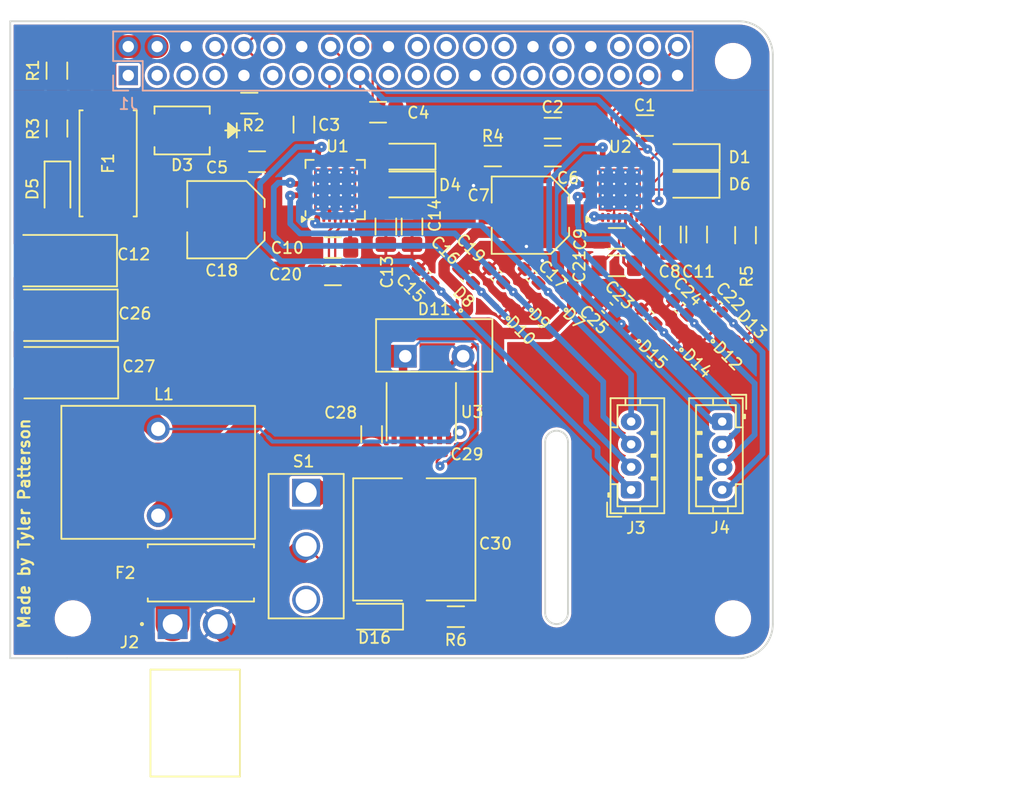
<source format=kicad_pcb>
(kicad_pcb (version 20241229) (generator "pcbnew") (generator_version "9.0")
  (title_block (date "15 nov 2012"))
  (layers (0 "F.Cu" signal) (2 "B.Cu" signal) (13 "F.Paste" user) (15 "B.Paste" user) (5 "F.SilkS" user "F.Silkscreen") (7 "B.SilkS" user "B.Silkscreen") (1 "F.Mask" user) (3 "B.Mask" user) (25 "Edge.Cuts" user))
  (net 0 "")
  (net 1 "GND")
  (net 2 "/GPIO2{slash}SDA1")
  (net 3 "/GPIO3{slash}SCL1")
  (net 4 "/GPIO4{slash}GPCLK0")
  (net 5 "/GPIO14{slash}TXD0")
  (net 6 "/GPIO15{slash}RXD0")
  (net 7 "/GPIO17")
  (net 8 "/GPIO18{slash}PCM.CLK")
  (net 9 "/GPIO27")
  (net 10 "/GPIO22")
  (net 11 "/GPIO23")
  (net 12 "/GPIO24")
  (net 13 "/GPIO10{slash}SPI0.MOSI")
  (net 14 "/GPIO9{slash}SPI0.MISO")
  (net 15 "/GPIO25")
  (net 16 "/GPIO11{slash}SPI0.SCLK")
  (net 17 "/GPIO8{slash}SPI0.CE0")
  (net 18 "/GPIO7{slash}SPI0.CE1")
  (net 19 "/ID_SDA")
  (net 20 "/ID_SCL")
  (net 21 "/GPIO5")
  (net 22 "/GPIO6")
  (net 23 "/GPIO12{slash}PWM0")
  (net 24 "/GPIO13{slash}PWM1")
  (net 25 "/GPIO19{slash}PCM.FS")
  (net 26 "/GPIO16")
  (net 27 "/GPIO26")
  (net 28 "/GPIO20{slash}PCM.DIN")
  (net 29 "/GPIO21{slash}PCM.DOUT")
  (net 30 "+5V")
  (net 32 "/M1_2")
  (net 33 "/M1_3")
  (net 34 "/M1_4")
  (net 35 "/M1_1")
  (net 36 "+12V")
  (net 39 "/M2_4")
  (net 40 "/M2_2")
  (net 41 "Net-(D1-A)")
  (net 43 "/M2_1")
  (net 44 "/M2_3")
  (net 45 "Net-(D1-K)")
  (net 47 "Net-(D2-A)")
  (net 48 "Net-(J1-Pin_2)")
  (net 49 "Net-(D2-K)")
  (net 50 "Net-(D4-A)")
  (net 51 "Net-(D5-K)")
  (net 52 "Net-(D6-A)")
  (net 53 "Net-(D16-A)")
  (net 54 "Net-(D16-K)")
  (net 55 "Net-(U1-VCP)")
  (net 56 "Net-(U1-CPI)")
  (net 57 "Net-(U1-CPO)")
  (net 58 "Net-(U1-5VOUT)")
  (net 59 "+3.3V")
  (net 60 "Net-(U2-CPO)")
  (net 61 "Net-(U2-CPI)")
  (net 62 "Net-(U2-VCP)")
  (net 63 "Net-(U2-5VOUT)")
  (net 64 "Net-(D11-K)")
  (net 65 "Net-(R1-Pad2)")
  (net 73 "Net-(U3-BOOST)")
  (net 80 "Net-(J2-+)")
  (footprint "Connector_JST:JST_PH_B4B-PH-K_1x04_P2.00mm_Vertical" (layer "F.Cu") (at 152.55 85.2 90)
    (property "Reference" "J3")
    (property "Value" "Stepper_Motor_bipolar")
  )
  (footprint "1Personal:DFN500X600X100-15N" (layer "F.Cu") (at 134.1124 78.3368 90)
    (property "Reference" "U3")
    (property "Value" "LM2678S-12")
  )
  (footprint "MountingHole:MountingHole_2.7mm_M2.5" (layer "F.Cu") (at 161.5 47.5)
    (property "Reference" "MH1" (hide yes))
    (property "Value" "MountingHole_2.7mm_M2.5" (hide yes))
  )
  (footprint "Capacitor_SMD:C_0603_1608Metric_Pad1.08x0.95mm_HandSolder" (layer "F.Cu") (at 143.8 66.4 -45)
    (property "Reference" "C17")
    (property "Value" "1 nF")
  )
  (footprint "Package_TO_SOT_THT:TO-220-2_Vertical" (layer "F.Cu") (at 132.71 73.45)
    (property "Reference" "D11")
    (property "Value" "MBR745")
  )
  (footprint "Personal:P0846NL" (layer "F.Cu") (at 111 83.66)
    (property "Reference" "L1")
    (property "Value" "15 uH")
  )
  (footprint "Capacitor_SMD:C_0402_1005Metric_Pad0.74x0.62mm_HandSolder" (layer "F.Cu") (at 135.5 82)
    (property "Reference" "C29")
    (property "Value" "0.01 uF")
  )
  (footprint "Capacitor_SMD:C_1206_3216Metric_Pad1.33x1.80mm_HandSolder" (layer "F.Cu") (at 119.6875 56.35)
    (property "Reference" "C5")
    (property "Value" "100 nF")
  )
  (footprint "Capacitor_Tantalum_SMD:CP_EIA-7343-31_Kemet-D_HandSolder" (layer "F.Cu") (at 102.7925 65.05 180)
    (property "Reference" "C12")
    (property "Value" "220 uF")
  )
  (footprint "Capacitor_SMD:C_1206_3216Metric_Pad1.33x1.80mm_HandSolder" (layer "F.Cu") (at 123.8 53.0875 -90)
    (property "Reference" "C3")
    (property "Value" "100 nF")
  )
  (footprint "Capacitor_SMD:C_1206_3216Metric_Pad1.33x1.80mm_HandSolder" (layer "F.Cu") (at 145.67 55.86)
    (property "Reference" "C6")
    (property "Value" "100 nF")
  )
  (footprint "Diode_SMD:D_0201_0603Metric_Pad0.64x0.40mm_HandSolder" (layer "F.Cu") (at 152.5 71.4 135)
    (property "Reference" "D15")
    (property "Value" "D_TVS")
  )
  (footprint "LED_SMD:LED_1206_3216Metric_Pad1.42x1.75mm_HandSolder" (layer "F.Cu") (at 157.85 58.38 180)
    (property "Reference" "D6")
    (property "Value" "LED")
  )
  (footprint "Capacitor_SMD:C_1206_3216Metric_Pad1.33x1.80mm_HandSolder" (layer "F.Cu") (at 151.29 63.09 180)
    (property "Reference" "C9")
    (property "Value" "100 nF")
  )
  (footprint "LED_SMD:LED_1206_3216Metric_Pad1.42x1.75mm_HandSolder" (layer "F.Cu") (at 102.15 58.7875 -90)
    (property "Reference" "D5")
    (property "Value" "LED")
  )
  (footprint "Personal:1101M2S3CQE2" (layer "F.Cu") (at 124 90.15)
    (property "Reference" "S1")
    (property "Value" "1101M2S3CQE2")
  )
  (footprint "Capacitor_Tantalum_SMD:CP_EIA-7343-31_Kemet-D_HandSolder" (layer "F.Cu") (at 102.8925 74.9 180)
    (property "Reference" "C27")
    (property "Value" "220 uF")
  )
  (footprint "Resistor_SMD:R_1206_3216Metric_Pad1.30x1.75mm_HandSolder" (layer "F.Cu") (at 102.1 48.35 -90)
    (property "Reference" "R1")
    (property "Value" "130")
  )
  (footprint "Capacitor_SMD:C_0603_1608Metric_Pad1.08x0.95mm_HandSolder" (layer "F.Cu") (at 150.45 69.2 -45)
    (property "Reference" "C25")
    (property "Value" "1 nF")
  )
  (footprint "Diode_SMD:D_0201_0603Metric_Pad0.64x0.40mm_HandSolder" (layer "F.Cu") (at 162.395944 71.395944 135)
    (property "Reference" "D13")
    (property "Value" "D_TVS")
  )
  (footprint "Connector_JST:JST_PH_B4B-PH-K_1x04_P2.00mm_Vertical" (layer "F.Cu") (at 160.55 79.2 -90)
    (property "Reference" "J4")
    (property "Value" "Stepper_Motor_bipolar")
  )
  (footprint "Resistor_SMD:R_1206_3216Metric_Pad1.30x1.75mm_HandSolder" (layer "F.Cu") (at 137.15 96.35)
    (property "Reference" "R6")
    (property "Value" "1k" (hide yes))
  )
  (footprint "Package_DFN_QFN:VQFN-28-1EP_5x5mm_P0.5mm_EP3.7x3.7mm_ThermalVias" (layer "F.Cu") (at 126.55 58.8 90)
    (property "Reference" "U1")
    (property "Value" "TMC2209-LA")
  )
  (footprint "Capacitor_SMD:C_0603_1608Metric_Pad1.08x0.95mm_HandSolder" (layer "F.Cu") (at 138.05 66.4 -45)
    (property "Reference" "C16")
    (property "Value" "1 nF")
  )
  (footprint "Package_DFN_QFN:IC_DRIVER_TMC_2209_VQFN-28-1EP_5x5mm_P0.5mm_EP3.7x3.7mm_ThermalVias" (layer "F.Cu") (at 151.55 58.8 90)
    (property "Reference" "U2")
    (property "Value" "TMC2209-LA")
  )
  (footprint "MountingHole:MountingHole_2.7mm_M2.5" (layer "F.Cu") (at 103.5 96.5)
    (property "Reference" "MH2" (hide yes))
    (property "Value" "MountingHole_2.7mm_M2.5" (hide yes))
  )
  (footprint "Personal:JST_B2PS-VH__LF__SN_" (layer "F.Cu") (at 114.25 97)
    (property "Reference" "J2")
    (property "Value" "Battery 12-14V")
  )
  (footprint "1Personal:C_ALUM_100UF_WCAP-ASLI_6.3X7.7_DXL_" (layer "F.Cu") (at 116.95 61.45)
    (property "Reference" "C18")
    (property "Value" "100 uF")
  )
  (footprint "1Personal:D_TVS_SMB_STM" (layer "F.Cu") (at 113.1 53.6 180)
    (property "Reference" "D3")
    (property "Value" "D_TVS")
  )
  (footprint "Capacitor_SMD:C_0603_1608Metric_Pad1.08x0.95mm_HandSolder" (layer "F.Cu") (at 160.09012 69.09012 -45)
    (property "Reference" "C22")
    (property "Value" "1 nF")
  )
  (footprint "LED_SMD:LED_1206_3216Metric_Pad1.42x1.75mm_HandSolder" (layer "F.Cu") (at 132.9 58.35 180)
    (property "Reference" "D4")
    (property "Value" "LED")
  )
  (footprint "Capacitor_SMD:C_0603_1608Metric_Pad1.08x0.95mm_HandSolder" (layer "F.Cu") (at 134.49012 66.39012 -45)
    (property "Reference" "C15")
    (property "Value" "1 nF")
  )
  (footprint "Personal:20SVP150M" (layer "F.Cu") (at 133.5 89.5553 -90)
    (property "Reference" "C30")
    (property "Value" "150 uF")
  )
  (footprint "LED_SMD:LED_1206_3216Metric_Pad1.42x1.75mm_HandSolder" (layer "F.Cu") (at 157.8675 55.94 180)
    (property "Reference" "D1")
    (property "Value" "LED")
  )
  (footprint "1Personal:C_ALUM_100UF_WCAP-ASLI_6.3X7.7_DXL_" (layer "F.Cu") (at 143.7 61.05)
    (property "Reference" "C7")
    (property "Value" "100 uF")
  )
  (footprint "Diode_SMD:D_0201_0603Metric_Pad0.64x0.40mm_HandSolder" (layer "F.Cu") (at 143.061854 68.661854 135)
    (property "Reference" "D9")
    (property "Value" "D_TVS")
  )
  (footprint "Capacitor_SMD:C_1206_3216Metric_Pad1.33x1.80mm_HandSolder" (layer "F.Cu") (at 133.3 62.05 -90)
    (property "Reference" "C14")
    (property "Value" "4.7uF")
  )
  (footprint "Resistor_SMD:R_1206_3216Metric_Pad1.30x1.75mm_HandSolder" (layer "F.Cu") (at 119 51.2)
    (property "Reference" "R2")
    (property "Value" "1k")
  )
  (footprint "Capacitor_SMD:C_1206_3216Metric_Pad1.33x1.80mm_HandSolder" (layer "F.Cu") (at 156 62.75 -90)
    (property "Reference" "C8")
    (property "Value" "4.7uF")
  )
  (footprint "Capacitor_SMD:C_1206_3216Metric_Pad1.33x1.80mm_HandSolder" (layer "F.Cu") (at 129.75 80.3 90)
    (property "Reference" "C28")
    (property "Value" "0.47 uF")
  )
  (footprint "LED_SMD:LED_1206_3216Metric_Pad1.42x1.75mm_HandSolder" (layer "F.Cu") (at 130.05 96.35 180)
    (property "Reference" "D16")
    (property "Value" "LED" (hide yes))
  )
  (footprint "MountingHole:MountingHole_2.7mm_M2.5" (layer "F.Cu") (at 161.5 96.5)
    (property "Reference" "MH3" (hide yes))
    (property "Value" "MountingHole_2.7mm_M2.5" (hide yes))
  )
  (footprint "Diode_SMD:D_0201_0603Metric_Pad0.64x0.40mm_HandSolder" (layer "F.Cu") (at 141.012254 69.384254 135)
    (property "Reference" "D10")
    (property "Value" "D_TVS")
  )
  (footprint "Resistor_SMD:R_1206_3216Metric_Pad1.30x1.75mm_HandSolder" (layer "F.Cu") (at 102.11 53.4275 -90)
    (property "Reference" "R3")
    (property "Value" "130")
  )
  (footprint "Capacitor_SMD:C_0603_1608Metric_Pad1.08x0.95mm_HandSolder" (layer "F.Cu") (at 156.84012 69.19012 -45)
    (property "Reference" "C24")
    (property "Value" "1 nF")
  )
  (footprint "1Personal:FUSE_5A_0154005.DRL" (layer "F.Cu") (at 114.75 92.5)
    (property "Reference" "F2")
    (property "Value" "8A")
  )
  (footprint "Capacitor_SMD:C_1206_3216Metric_Pad1.33x1.80mm_HandSolder" (layer "F.Cu") (at 153.76 53.17 180)
    (property "Reference" "C1")
    (property "Value" "100 nF")
  )
  (footprint "Diode_SMD:D_0201_0603Metric_Pad0.64x0.40mm_HandSolder" (layer "F.Cu") (at 136.85 68.7 135)
    (property "Reference" "D8")
    (property "Value" "D_TVS")
  )
  (footprint "Resistor_SMD:R_1206_3216Metric_Pad1.30x1.75mm_HandSolder" (layer "F.Cu") (at 162.6 62.81 90)
    (property "Reference" "R5")
    (property "Value" "130")
  )
  (footprint "Capacitor_Tantalum_SMD:CP_EIA-7343-31_Kemet-D_HandSolder" (layer "F.Cu") (at 102.85 69.85 180)
    (property "Reference" "C26")
    (property "Value" "220 uF")
  )
  (footprint "Capacitor_SMD:C_1206_3216Metric_Pad1.33x1.80mm_HandSolder" (layer "F.Cu") (at 158.31 62.75 -90)
    (property "Reference" "C11")
    (property "Value" "2.2uF")
  )
  (footprint "Diode_SMD:D_0201_0603Metric_Pad0.64x0.40mm_HandSolder" (layer "F.Cu") (at 156.2356 72.1616 135)
    (property "Reference" "D14")
    (property "Value" "D_TVS")
  )
  (footprint "Diode_SMD:D_0201_0603Metric_Pad0.64x0.40mm_HandSolder" (layer "F.Cu") (at 159 71.4 135)
    (property "Reference" "D12")
    (property "Value" "D_TVS")
  )
  (footprint "Capacitor_SMD:C_0603_1608Metric_Pad1.08x0.95mm_HandSolder" (layer "F.Cu") (at 140.7 66.35 -45)
    (property "Reference" "C19")
    (property "Value" "1 nF")
  )
  (footprint "Capacitor_SMD:C_1206_3216Metric_Pad1.33x1.80mm_HandSolder" (layer "F.Cu") (at 126.35 63.9 180)
    (property "Reference" "C10")
    (property "Value" "100 nF")
  )
  (footprint "LED_SMD:LED_1206_3216Metric_Pad1.42x1.75mm_HandSolder" (layer "F.Cu") (at 132.9 55.9 180)
    (property "Reference" "D2" (hide yes))
    (property "Value" "LED")
  )
  (footprint "Resistor_SMD:R_1206_3216Metric_Pad1.30x1.75mm_HandSolder" (layer "F.Cu") (at 140.4 55.85 180)
    (property "Reference" "R4")
    (property "Value" "130")
  )
  (footprint "Capacitor_SMD:C_1206_3216Metric_Pad1.33x1.80mm_HandSolder" (layer "F.Cu") (at 130.3125 52 180)
    (property "Reference" "C4")
    (property "Value" "100 nF")
  )
  (footprint "Capacitor_SMD:C_1206_3216Metric_Pad1.33x1.80mm_HandSolder" (layer "F.Cu") (at 131 62.05 -90)
    (property "Reference" "C13")
    (property "Value" "2.2uF")
  )
  (footprint "Capacitor_SMD:C_0603_1608Metric_Pad1.08x0.95mm_HandSolder" (layer "F.Cu") (at 154.0856 69.95172 -45)
    (property "Reference" "C23")
    (property "Value" "1 nF")
  )
  (footprint "Capacitor_SMD:C_1206_3216Metric_Pad1.33x1.80mm_HandSolder" (layer "F.Cu") (at 151.29 65.5 180)
    (property "Reference" "C21")
    (property "Value" "22nF")
  )
  (footprint "Diode_SMD:D_0201_0603Metric_Pad0.64x0.40mm_HandSolder" (layer "F.Cu") (at 146.1 68.65 135)
    (property "Reference" "D7")
    (property "Value" "D_TVS")
  )
  (footprint "Capacitor_SMD:C_1206_3216Metric_Pad1.33x1.80mm_HandSolder" (layer "F.Cu") (at 126.35 66.3 180)
    (property "Reference" "C20")
    (property "Value" "22nF")
  )
  (footprint "Capacitor_SMD:C_1206_3216Metric_Pad1.33x1.80mm_HandSolder" (layer "F.Cu") (at 145.65 53.4)
    (property "Reference" "C2")
    (property "Value" "100 nF")
  )
  (footprint "1Personal:FUSE_5A_0154005.DRL" (layer "F.Cu") (at 106.6 56.5 -90)
    (property "Reference" "F1")
    (property "Value" "5A")
  )
  (footprint "Connector_PinSocket_2.54mm:PinSocket_2x20_P2.54mm_Vertical" (layer "B.Cu") (at 108.37 48.77 -90)
    (property "Reference" "J1")
    (property "Value" "GPIO")
  )
  (gr_arc (start 161.99329 44) (mid 164.15472 44.89528) (end 165 46.945517) (stroke (width 0.16)) (layer "Edge.Cuts"))
  (gr_line (start 165 97) (end 165 46.945517) (stroke (width 0.16)) (layer "Edge.Cuts"))
  (gr_line (start 103 44) (end 98 44) (stroke (width 0.16)) (layer "Edge.Cuts"))
  (gr_line (start 147 81) (end 147 96) (stroke (width 0.16)) (layer "Edge.Cuts"))
  (gr_line (start 145 96) (end 145 81) (stroke (width 0.16)) (layer "Edge.Cuts"))
  (gr_line (start 103 100) (end 162 100) (stroke (width 0.16)) (layer "Edge.Cuts"))
  (gr_line (start 103 100) (end 98 100) (stroke (width 0.16)) (layer "Edge.Cuts"))
  (gr_arc (start 145 81) (mid 146 80) (end 147 81) (stroke (width 0.16)) (layer "Edge.Cuts"))
  (gr_line (start 98 100) (end 98 44) (stroke (width 0.16)) (layer "Edge.Cuts"))
  (gr_arc (start 165 97) (mid 164.12132 99.12132) (end 162 100) (stroke (width 0.16)) (layer "Edge.Cuts"))
  (gr_arc (start 147 96) (mid 146 97) (end 145 96) (stroke (width 0.16)) (layer "Edge.Cuts"))
  (gr_line (start 161.99329 44) (end 103 44) (stroke (width 0.16)) (layer "Edge.Cuts"))
  (gr_text "Made by Tyler Patterson\n\n" (at 101.4224 97.5108 90) (layer "F.SilkS") (effects (font (size 1 1) (thickness 0.2) (bold yes)) (justify left bottom)))
  (segment (start 126.05 59.3) (end 126.55 58.8) (width 0.35) (layer "F.Cu") (net 1))
  (segment (start 111.911684 82.051) (end 106.836 82.051) (width 2) (layer "F.Cu") (net 1))
  (segment (start 151.55 56.35) (end 151.55 58.8) (width 0.2) (layer "F.Cu") (net 1))
  (segment (start 129.75 78.7375) (end 133.7117 78.7375) (width 2) (layer "F.Cu") (net 1))
  (segment (start 125.55 57.8) (end 126.55 58.8) (width 0.35) (layer "F.Cu") (net 1))
  (segment (start 126.05 61.25) (end 126.05 59.3) (width 0.35) (layer "F.Cu") (net 1))
  (segment (start 114.104347 61.651) (end 114.15 61.696653) (width 2) (layer "F.Cu") (net 1))
  (segment (start 125.55 59.8) (end 126.55 58.8) (width 0.35) (layer "F.Cu") (net 1))
  (segment (start 134.1124 78.3368) (end 135.7126 76.7366) (width 0.2) (layer "F.Cu") (net 1))
  (segment (start 99.685 69.8925) (end 99.6425 69.85) (width 2) (layer "F.Cu") (net 1))
  (segment (start 116.23 97) (end 117.656 98.426) (width 2) (layer "F.Cu") (net 1))
  (segment (start 151.05 61.25) (end 151.05 59.3) (width 0.2) (layer "F.Cu") (net 1))
  (segment (start 150.55 57.8) (end 149.380646 57.8) (width 0.2) (layer "F.Cu") (net 1))
  (segment (start 99.585 65.05) (end 99.585 69.7925) (width 2) (layer "F.Cu") (net 1))
  (segment (start 135.7126 76.7366) (end 135.7126 76) (width 0.5) (layer "F.Cu") (net 1))
  (segment (start 137.79 73.45) (end 137.45 73.45) (width 0.45) (layer "F.Cu") (net 1))
  (segment (start 124.1 58.8) (end 126.55 58.8) (width 0.35) (layer "F.Cu") (net 1))
  (segment (start 117.656 98.426) (end 136.624 98.426) (width 2) (layer "F.Cu") (net 1))
  (segment (start 151.05 59.3) (end 151.55 58.8) (width 0.2) (layer "F.Cu") (net 1))
  (segment (start 155.3225 53.17) (end 156.63 51.8625) (width 0.2) (layer "F.Cu") (net 1))
  (segment (start 151.55 58.8) (end 150.55 57.8) (width 0.2) (layer "F.Cu") (net 1))
  (segment (start 135.7126 75.5274) (end 135.7126 76) (width 0.2) (layer "F.Cu") (net 1))
  (segment (start 136.2106 93.8606) (end 138.7 96.35) (width 2) (layer "F.Cu") (net 1))
  (segment (start 149.1 59.862) (end 150.488 59.862) (width 0.2) (layer "F.Cu") (net 1))
  (segment (start 133.5 93.8606) (end 136.2106 93.8606) (width 2) (layer "F.Cu") (net 1))
  (segment (start 135.7126 75.1874) (end 135.7126 75.5274) (width 0.45) (layer "F.Cu") (net 1))
  (segment (start 137.45 73.45) (end 135.7126 75.1874) (width 0.45) (layer "F.Cu") (net 1))
  (segment (start 106.836 82.051) (end 99.685 74.9) (width 2) (layer "F.Cu") (net 1))
  (segment (start 99.585 69.7925) (end 99.6425 69.85) (width 2) (layer "F.Cu") (net 1))
  (segment (start 126.55 56.35) (end 126.55 58.8) (width 0.35) (layer "F.Cu") (net 1))
  (segment (start 152.55 57.8) (end 151.55 58.8) (width 0.2) (layer "F.Cu") (net 1))
  (segment (start 136.624 98.426) (end 138.7 96.35) (width 2) (layer "F.Cu") (net 1))
  (segment (start 150.488 59.862) (end 151.05 59.3) (width 0.2) (layer "F.Cu") (net 1))
  (segment (start 99.685 74.9) (end 99.685 69.8925) (width 2) (layer "F.Cu") (net 1))
  (segment (start 154 57.8) (end 152.55 57.8) (width 0.2) (layer "F.Cu") (net 1))
  (segment (start 156.63 51.8625) (end 156.63 48.77) (width 0.2) (layer "F.Cu") (net 1))
  (segment (start 124.1 59.8) (end 125.55 59.8) (width 0.35) (layer "F.Cu") (net 1))
  (segment (start 129 57.8) (end 127.55 57.8) (width 0.35) (layer "F.Cu") (net 1))
  (segment (start 127.55 57.8) (end 126.55 58.8) (width 0.35) (layer "F.Cu") (net 1))
  (segment (start 124.1 57.8) (end 125.55 57.8) (width 0.35) (layer "F.Cu") (net 1))
  (segment (start 114.15 79.812684) (end 111.911684 82.051) (width 2) (layer "F.Cu") (net 1))
  (segment (start 114.15 61.696653) (end 114.15 79.812684) (width 2) (layer "F.Cu") (net 1))
  (segment (start 149.380646 58.8) (end 151.55 58.8) (width 0.2) (layer "F.Cu") (net 1))
  (segment (start 102.1 46.8) (end 99.585 49.315) (width 0.2) (layer "F.Cu") (net 1))
  (segment (start 99.585 49.315) (end 99.585 65.05) (width 0.2) (layer "F.Cu") (net 1))
  (via (at 144.75 65.05) (size 0.9) (drill 0.3) (layers "F.Cu" "B.Cu") (net 1))
  (via (at 143.35 63.8) (size 0.9) (drill 0.3) (layers "F.Cu" "B.Cu") (net 1))
  (via (at 138.7 58.45) (size 0.9) (drill 0.3) (layers "F.Cu" "B.Cu") (net 1))
  (segment (start 143.35 63.1) (end 138.7 58.45) (width 1) (layer "B.Cu") (net 1))
  (segment (start 144.75 65.05) (end 144.6 65.05) (width 1) (layer "B.Cu") (net 1))
  (segment (start 144.6 65.05) (end 143.35 63.8) (width 1) (layer "B.Cu") (net 1))
  (segment (start 143.35 63.8) (end 143.35 63.1) (width 1) (layer "B.Cu") (net 1))
  (segment (start 115.99 46.23) (end 117.25 47.49) (width 0.2) (layer "F.Cu") (net 5))
  (segment (start 117.25 51) (end 117.45 51.2) (width 0.2) (layer "F.Cu") (net 5))
  (segment (start 117.25 47.49) (end 117.25 51) (width 0.2) (layer "F.Cu") (net 5))
  (segment (start 119.75 50.4) (end 120.55 51.2) (width 0.2) (layer "F.Cu") (net 6))
  (segment (start 119.75 47.45) (end 118.53 46.23) (width 0.2) (layer "F.Cu") (net 6))
  (segment (start 158 45) (end 158 54.5) (width 0.2) (layer "F.Cu") (net 6))
  (segment (start 129 57.3) (end 129.841 56.459) (width 0.2) (layer "F.Cu") (net 6))
  (segment (start 119.681 45.079) (end 118.53 46.23) (width 0.2) (layer "F.Cu") (net 6))
  (segment (start 119.75 47.45) (end 119.75 50.4) (width 0.2) (layer "F.Cu") (net 6))
  (segment (start 129.841 45.75324) (end 129.16676 45.079) (width 0.2) (layer "F.Cu") (net 6))
  (segment (start 129.16676 45.079) (end 129.24576 45) (width 0.2) (layer "F.Cu") (net 6))
  (segment (start 154 57.3) (end 154 56.44634) (width 0.2) (layer "F.Cu") (net 6))
  (segment (start 129.24576 45) (end 158 45) (width 0.2) (layer "F.Cu") (net 6))
  (segment (start 155.94634 54.5) (end 158 54.5) (width 0.2) (layer "F.Cu") (net 6))
  (segment (start 154 56.44634) (end 155.94634 54.5) (width 0.2) (layer "F.Cu") (net 6))
  (segment (start 129.16676 45.079) (end 119.681 45.079) (width 0.2) (layer "F.Cu") (net 6))
  (segment (start 129.841 56.459) (end 129.841 45.75324) (width 0.2) (layer "F.Cu") (net 6))
  (segment (start 126.05 56.35) (end 126.05 48.87) (width 0.2) (layer "F.Cu") (net 10))
  (segment (start 126.05 48.87) (end 126.15 48.77) (width 0.2) (layer "F.Cu") (net 10))
  (segment (start 127.539 56.339) (end 127.539 47.619) (width 0.2) (layer "F.Cu") (net 11))
  (segment (start 127.55 56.35) (end 127.539 56.339) (width 0.2) (layer "F.Cu") (net 11))
  (segment (start 127.539 47.619) (end 126.15 46.23) (width 0.2) (layer "F.Cu") (net 11))
  (segment (start 151.05 54.436846) (end 150.834 54.220845) (width 0.2) (layer "F.Cu") (net 27))
  (segment (start 150.834 52.026) (end 154.09 48.77) (width 0.2) (layer "F.Cu") (net 27))
  (segment (start 150.834 54.220845) (end 150.834 52.026) (width 0.2) (layer "F.Cu") (net 27))
  (segment (start 151.05 56.35) (end 151.05 54.436846) (width 0.2) (layer "F.Cu") (net 27))
  (segment (start 153.104686 50.414154) (end 154.64212 50.414154) (width 0.2) (layer "F.Cu") (net 29))
  (segment (start 151.234 54.05516) (end 151.234 52.28484) (width 0.2) (layer "F.Cu") (net 29))
  (segment (start 152.55 55.37116) (end 151.234 54.05516) (width 0.2) (layer "F.Cu") (net 29))
  (segment (start 154.64212 50.414154) (end 155.241 49.815274) (width 0.2) (layer "F.Cu") (net 29))
  (segment (start 151.234 52.28484) (end 153.104686 50.414154) (width 0.2) (layer "F.Cu") (net 29))
  (segment (start 155.241 47.619) (end 156.63 46.23) (width 0.2) (layer "F.Cu") (net 29))
  (segment (start 152.55 56.35) (end 152.55 55.37116) (width 0.2) (layer "F.Cu") (net 29))
  (segment (start 155.241 49.815274) (end 155.241 47.619) (width 0.2) (layer "F.Cu") (net 29))
  (segment (start 106 69.7925) (end 106.0575 69.85) (width 2) (layer "F.Cu") (net 30))
  (segment (start 106 65.05) (end 106 60.2877) (width 2) (layer "F.Cu") (net 30))
  (segment (start 111.0553 55.2324) (end 111.0553 53.6) (width 2) (layer "F.Cu") (net 30))
  (segment (start 106.1 74.9) (end 106.1 74.95) (width 2) (layer "F.Cu") (net 30))
  (segment (start 106.1 69.8925) (end 106.0575 69.85) (width 2) (layer "F.Cu") (net 30))
  (segment (start 102.15 60.275) (end 106.0127 60.275) (width 0.2) (layer "F.Cu") (net 30))
  (segment (start 106 65.05) (end 106 67.55) (width 2) (layer "F.Cu") (net 30))
  (segment (start 106.0127 60.275) (end 106.6 59.6877) (width 0.2) (layer "F.Cu") (net 30))
  (segment (start 106.1 74.95) (end 111 79.85) (width 2) (layer "F.Cu") (net 30))
  (segment (start 106.1 74.9) (end 106.1 69.8925) (width 2) (layer "F.Cu") (net 30))
  (segment (start 106 60.2877) (end 106.6 59.6877) (width 2) (layer "F.Cu") (net 30))
  (segment (start 136.9764 80.6736) (end 137.5 80.15) (width 0.35) (layer "F.Cu") (net 30))
  (segment (start 106 67.55) (end 106 69.7925) (width 2) (layer "F.Cu") (net 30))
  (segment (start 136.5 80.6736) (end 136.9764 80.6736) (width 0.35) (layer "F.Cu") (net 30))
  (segment (start 106.6 59.6877) (end 111.0553 55.2324) (width 2) (layer "F.Cu") (net 30))
  (segment (start 111.0553 55.2033) (end 111.0553 53.6) (width 0.2) (layer "F.Cu") (net 30))
  (via (at 137.5 80.15) (size 1.2) (drill 0.6) (layers "F.Cu" "B.Cu") (net 30))
  (segment (start 119.9385 79.85) (end 111 79.85) (width 0.2) (layer "B.Cu") (net 30))
  (segment (start 137.5 80.15) (end 136.7 80.95) (width 0.35) (layer "B.Cu") (net 30))
  (segment (start 120.65 80.5615) (end 119.9385 79.85) (width 0.2) (layer "B.Cu") (net 30))
  (segment (start 121.0385 80.95) (end 120.65 80.5615) (width 0.35) (layer "B.Cu") (net 30))
  (segment (start 136.7 80.95) (end 121.0385 80.95) (width 0.35) (layer "B.Cu") (net 30))
  (segment (start 138.65988 67.00988) (end 138.65988 67.05988) (width 0.5) (layer "F.Cu") (net 32))
  (segment (start 140.724108 69.096108) (end 140.696108 69.096108) (width 0.5) (layer "F.Cu") (net 32))
  (segment (start 122.6 58.2) (end 122.7 58.3) (width 0.5) (layer "F.Cu") (net 32))
  (segment (start 140.696108 69.096108) (end 139.4 67.8) (width 0.5) (layer "F.Cu") (net 32))
  (segment (start 122.7 58.3) (end 123.714702 58.3) (width 0.5) (layer "F.Cu") (net 32))
  (segment (start 138.65988 67.05988) (end 139.4 67.8) (width 0.5) (layer "F.Cu") (net 32))
  (via (at 122.6 58.2) (size 0.9) (drill 0.2) (layers "F.Cu" "B.Cu") (net 32))
  (via (at 139.4 67.8) (size 0.75) (drill 0.2) (layers "F.Cu" "B.Cu") (net 32))
  (segment (start 121.55 58.2) (end 122.6 58.2) (width 0.5) (layer "B.Cu") (net 32))
  (segment (start 139.4 67.8) (end 135.351 63.751) (width 0.5) (layer "B.Cu") (net 32))
  (segment (start 121.15 62.85) (end 121.15 58.6) (width 0.5) (layer "B.Cu") (net 32))
  (segment (start 152.55 83.2) (end 148.6 79.25) (width 0.5) (layer "B.Cu") (net 32))
  (segment (start 148.6 79.25) (end 148.6 77) (width 0.5) (layer "B.Cu") (net 32))
  (segment (start 122.051 63.751) (end 121.15 62.85) (width 0.5) (layer "B.Cu") (net 32))
  (segment (start 135.351 63.751) (end 122.051 63.751) (width 0.5) (layer "B.Cu") (net 32))
  (segment (start 121.15 58.6) (end 121.55 58.2) (width 0.5) (layer "B.Cu") (net 32))
  (segment (start 148.6 77) (end 139.4 67.8) (width 0.5) (layer "B.Cu") (net 32))
  (segment (start 141.30988 66.95988) (end 141.35988 66.95988) (width 0.5) (layer "F.Cu") (net 33))
  (segment (start 122.65 59.3) (end 123.714702 59.3) (width 0.5) (layer "F.Cu") (net 33))
  (segment (start 122.6 59.35) (end 122.65 59.3) (width 0.5) (layer "F.Cu") (net 33))
  (segment (start 141.35988 66.95988) (end 142.2 67.8) (width 0.5) (layer "F.Cu") (net 33))
  (segment (start 142.773708 68.373708) (end 142.2 67.8) (width 0.5) (layer "F.Cu") (net 33))
  (via (at 142.2 67.8) (size 0.75) (drill 0.2) (layers "F.Cu" "B.Cu") (net 33))
  (via (at 122.6 59.35) (size 0.9) (drill 0.2) (layers "F.Cu" "B.Cu") (net 33))
  (segment (start 122.6 61.8) (end 123.45 62.65) (width 0.5) (layer "B.Cu") (net 33))
  (segment (start 150.1 75.7) (end 150.1 78.75) (width 0.5) (layer "B.Cu") (net 33))
  (segment (start 122.6 59.35) (end 122.6 61.8) (width 0.5) (layer "B.Cu") (net 33))
  (segment (start 150.1 78.75) (end 152.55 81.2) (width 0.5) (layer "B.Cu") (net 33))
  (segment (start 142.2 67.8) (end 150.1 75.7) (width 0.5) (layer "B.Cu") (net 33))
  (segment (start 137.05 62.65) (end 142.2 67.8) (width 0.5) (layer "B.Cu") (net 33))
  (segment (start 123.45 62.65) (end 137.05 62.65) (width 0.5) (layer "B.Cu") (net 33))
  (segment (start 124.857204 61.75) (end 124.793892 61.75) (width 0.5) (layer "F.Cu") (net 34))
  (segment (start 144.40988 67.00988) (end 144.45988 67.00988) (width 0.5) (layer "F.Cu") (net 34))
  (segment (start 144.45988 67.00988) (end 145.25 67.8) (width 0.5) (layer "F.Cu") (net 34))
  (segment (start 124.974 61.633204) (end 124.857204 61.75) (width 0.5) (layer "F.Cu") (net 34))
  (segment (start 124.974 61.25) (end 124.974 61.633204) (width 0.5) (layer "F.Cu") (net 34))
  (segment (start 145.811854 68.361854) (end 145.25 67.8) (width 0.5) (layer "F.Cu") (net 34))
  (via (at 145.25 67.8) (size 0.75) (drill 0.2) (layers "F.Cu" "B.Cu") (net 34))
  (via (at 124.793892 61.75) (size 0.9) (drill 0.2) (layers "F.Cu" "B.Cu") (net 34))
  (segment (start 152.55 79.2) (end 152.55 75.1) (width 0.5) (layer "B.Cu") (net 34))
  (segment (start 141.25 63.8) (end 145.25 67.8) (width 0.5) (layer "B.Cu") (net 34))
  (segment (start 124.793892 61.75) (end 124.993892 61.95) (width 0.5) (layer "B.Cu") (net 34))
  (segment (start 139.4 61.95) (end 141.25 63.8) (width 0.5) (layer "B.Cu") (net 34))
  (segment (start 152.55 75.1) (end 145.25 67.8) (width 0.5) (layer "B.Cu") (net 34))
  (segment (start 124.993892 61.95) (end 139.4 61.95) (width 0.5) (layer "B.Cu") (net 34))
  (segment (start 125.05 56.35) (end 125.05 55.460792) (width 0.5) (layer "F.Cu") (net 35))
  (segment (start 135.1 67) (end 135.875 67.775) (width 0.5) (layer "F.Cu") (net 35))
  (segment (start 136.561854 68.411854) (end 136.511854 68.411854) (width 0.5) (layer "F.Cu") (net 35))
  (segment (start 125.35 55.160792) (end 125.35 55.05) (width 0.5) (layer "F.Cu") (net 35))
  (segment (start 125.05 55.460792) (end 125.35 55.160792) (width 0.5) (layer "F.Cu") (net 35))
  (segment (start 136.511854 68.411854) (end 135.875 67.775) (width 0.5) (layer "F.Cu") (net 35))
  (via (at 125.35 55.05) (size 0.9) (drill 0.2) (layers "F.Cu" "B.Cu") (net 35))
  (via (at 135.875 67.775) (size 0.75) (drill 0.2) (layers "F.Cu" "B.Cu") (net 35))
  (segment (start 121.8 65.1) (end 133.2 65.1) (width 0.5) (layer "B.Cu") (net 35))
  (segment (start 125.35 55.05) (end 123.15 55.05) (width 0.5) (layer "B.Cu") (net 35))
  (segment (start 149.6 81.5) (end 135.875 67.775) (width 0.5) (layer "B.Cu") (net 35))
  (segment (start 123.15 55.05) (end 119.95 58.25) (width 0.5) (layer "B.Cu") (net 35))
  (segment (start 133.2 65.1) (end 135.875 67.775) (width 0.5) (layer "B.Cu") (net 35))
  (segment (start 119.95 58.25) (end 119.95 63.25) (width 0.5) (layer "B.Cu") (net 35))
  (segment (start 149.6 82.25) (end 152.55 85.2) (width 0.5) (layer "B.Cu") (net 35))
  (segment (start 149.6 82.25) (end 149.6 81.5) (width 0.5) (layer "B.Cu") (net 35))
  (segment (start 119.95 63.25) (end 121.8 65.1) (width 0.5) (layer "B.Cu") (net 35))
  (segment (start 136.51667 71.05) (end 138.165612 69.401058) (width 1) (layer "F.Cu") (net 36))
  (segment (start 149.1 57.3) (end 148.6725 57.3) (width 0.5) (layer "F.Cu") (net 36))
  (segment (start 138.165612 69.401058) (end 138.165612 68.265612) (width 1) (layer "F.Cu") (net 36))
  (segment (start 136.116897 65.361839) (end 138.927736 62.551) (width 1) (layer "F.Cu") (net 36))
  (segment (start 148.148586 61.05) (end 148.828677 60.369909) (width 0.5) (layer "F.Cu") (net 36))
  (segment (start 121.25 59.95) (end 119.75 61.45) (width 0.5) (layer "F.Cu") (net 36))
  (segment (start 124 85.45) (end 129.75 85.45) (width 2) (layer "F.Cu") (net 36))
  (segment (start 138.165612 68.265612) (end 136.116897 66.216897) (width 1) (layer "F.Cu") (net 36))
  (segment (start 122.65 71.05) (end 140 71.05) (width 2) (layer "F.Cu") (net 36))
  (segment (start 133.5 85.25) (end 136.2493 85.25) (width 2) (layer "F.Cu") (net 36))
  (segment (start 144.999 62.551) (end 146.5 61.05) (width 1) (layer "F.Cu") (net 36))
  (segment (start 129.75 81.8625) (end 129.75 85.45) (width 2) (layer "F.Cu") (net 36))
  (segment (start 146.5 61.05) (end 148.148586 61.05) (width 0.5) (layer "F.Cu") (net 36))
  (segment (start 123.8 54.65) (end 123.8 56.873) (width 0.5) (layer "F.Cu") (net 36))
  (segment (start 119.75 61.45) (end 123.225 61.45) (width 1) (layer "F.Cu") (net 36))
  (segment (start 123.8 56.873) (end 124.1 57.173) (width 0.5) (layer "F.Cu") (net 36))
  (segment (start 147.415612 61.965612) (end 146.5 61.05) (width 1) (layer "F.Cu") (net 36))
  (segment (start 136.116897 66.216897) (end 136.116897 65.361839) (width 1) (layer "F.Cu") (net 36))
  (segment (start 119.75 68.15) (end 119.75 61.45) (width 2) (layer "F.Cu") (net 36))
  (segment (start 129.75 85.45) (end 133.3 85.45) (width 2) (layer "F.Cu") (net 36))
  (segment (start 140.4 81.0993) (end 140.4 71.45) (width 2) (layer "F.Cu") (net 36))
  (segment (start 122.65 71.05) (end 119.75 68.15) (width 2) (layer "F.Cu") (net 36))
  (segment (start 148.6725 57.3) (end 147.2325 55.86) (width 0.5) (layer "F.Cu") (net 36))
  (segment (start 123.225 61.45) (end 123.999 60.676) (width 1) (layer "F.Cu") (net 36))
  (segment (start 140.4 71.45) (end 145.31667 71.45) (width 1) (layer "F.Cu") (net 36))
  (segment (start 140.4 71.45) (end 140 71.05) (width 2) (layer "F.Cu") (net 36))
  (segment (start 136.2493 85.25) (end 140.4 81.0993) (width 2) (layer "F.Cu") (net 36))
  (segment (start 147.415612 69.351058) (end 147.415612 61.965612) (width 1) (layer "F.Cu") (net 36))
  (segment (start 123.8 54.65) (end 122.95 54.65) (width 0.5) (layer "F.Cu") (net 36))
  (segment (start 133.3 85.45) (end 133.5 85.25) (width 2) (layer "F.Cu") (net 36))
  (segment (start 121.25 56.35) (end 121.25 59.95) (width 0.5) (layer "F.Cu") (net 36))
  (segment (start 122.95 54.65) (end 121.25 56.35) (width 0.5) (layer "F.Cu") (net 36))
  (segment (start 138.927736 62.551) (end 144.999 62.551) (width 1) (layer "F.Cu") (net 36))
  (segment (start 145.31667 71.45) (end 147.415612 69.351058) (width 1) (layer "F.Cu") (net 36))
  (segment (start 162.107798 71.107798) (end 162.097918 71.107798) (width 0.5) (layer "F.Cu") (net 39))
  (segment (start 149.387997 61.25) (end 149.305395 61.167398) (width 0.5) (layer "F.Cu") (net 39))
  (segment (start 160.7 69.70988) (end 161.54012 70.55) (width 0.5) (layer "F.Cu") (net 39))
  (segment (start 162.097918 71.107798) (end 161.54012 70.55) (width 0.5) (layer "F.Cu") (net 39))
  (segment (start 160.7 69.7) (end 160.7 69.70988) (width 0.5) (layer "F.Cu") (net 39))
  (segment (start 150.05 61.25) (end 149.387997 61.25) (width 0.5) (layer "F.Cu") (net 39))
  (via (at 161.54012 70.55) (size 0.75) (drill 0.2) (layers "F.Cu" "B.Cu") (net 39))
  (via (at 149.305395 61.167398) (size 0.9) (drill 0.2) (layers "F.Cu" "B.Cu") (net 39))
  (segment (start 164.1 82) (end 164.1 73.1) (width 0.5) (layer "B.Cu") (net 39))
  (segment (start 160.9 85.2) (end 164.1 82) (width 0.5) (layer "B.Cu") (net 39))
  (segment (start 160.55 85.2) (end 160.9 85.2) (width 0.5) (layer "B.Cu") (net 39))
  (segment (start 164.1 73.1) (end 152.2 61.2) (width 0.5) (layer "B.Cu") (net 39))
  (segment (start 152.2 61.2) (end 149.337997 61.2) (width 0.5) (layer "B.Cu") (net 39))
  (segment (start 149.337997 61.2) (end 149.305395 61.167398) (width 0.5) (layer "B.Cu") (net 39))
  (segment (start 154.69548 70.62148) (end 155.4356 71.3616) (width 0.5) (layer "F.Cu") (net 40))
  (segment (start 149.09 58.31) (end 149.1 58.3) (width 0.5) (layer "F.Cu") (net 40))
  (segment (start 147.73 58.31) (end 149.09 58.31) (width 0.5) (layer "F.Cu") (net 40))
  (segment (start 155.4356 71.3616) (end 155.947454 71.873454) (width 0.35) (layer "F.Cu") (net 40))
  (via (at 155.4356 71.3616) (size 0.75) (drill 0.2) (layers "F.Cu" "B.Cu") (net 40))
  (via (at 147.73 58.31) (size 0.9) (drill 0.2) (layers "F.Cu" "B.Cu") (net 40))
  (segment (start 161.901 79.953754) (end 161.901 77.851) (width 0.5) (layer "B.Cu") (net 40))
  (segment (start 146.65 59.39) (end 146.65 62.6) (width 0.5) (layer "B.Cu") (net 40))
  (segment (start 161.901 77.851) (end 154.65 70.6) (width 0.5) (layer "B.Cu") (net 40))
  (segment (start 160.55 81.2) (end 160.654754 81.2) (width 0.5) (layer "B.Cu") (net 40))
  (segment (start 146.65 62.6) (end 154.65 70.6) (width 0.5) (layer "B.Cu") (net 40))
  (segment (start 160.654754 81.2) (end 161.901 79.953754) (width 0.5) (layer "B.Cu") (net 40))
  (segment (start 147.73 58.31) (end 146.65 59.39) (width 0.5) (layer "B.Cu") (net 40))
  (segment (start 156.38 55.94) (end 156.38 56.335798) (width 0.2) (layer "F.Cu") (net 41))
  (segment (start 156.38 56.335798) (end 154.415798 58.3) (width 0.2) (layer "F.Cu") (net 41))
  (segment (start 154.415798 58.3) (end 154 58.3) (width 0.2) (layer "F.Cu") (net 41))
  (segment (start 151.05988 69.75988) (end 151.05988 69.90988) (width 0.5) (layer "F.Cu") (net 43))
  (segment (start 151.05988 69.90988) (end 152.211854 71.061854) (width 0.5) (layer "F.Cu") (net 43))
  (segment (start 150.05 56.35) (end 150.05 55.1) (width 0.5) (layer "F.Cu") (net 43))
  (via (at 151.7 70.6) (size 0.75) (drill 0.2) (layers "F.Cu" "B.Cu") (net 43))
  (via (at 150.05 55.1) (size 0.9) (drill 0.2) (layers "F.Cu" "B.Cu") (net 43))
  (segment (start 150.05 55.1) (end 149.95 55.2) (width 0.5) (layer "B.Cu") (net 43))
  (segment (start 159.675 79.2) (end 160.55 79.2) (width 0.5) (layer "B.Cu") (net 43))
  (segment (start 149.95 55.2) (end 148.2 55.2) (width 0.5) (layer "B.Cu") (net 43))
  (segment (start 145.35 58.05) (end 145.35 64.056498) (width 0.5) (layer "B.Cu") (net 43))
  (segment (start 148.2 55.2) (end 145.35 58.05) (width 0.5) (layer "B.Cu") (net 43))
  (segment (start 145.8 65.325) (end 159.675 79.2) (width 0.5) (layer "B.Cu") (net 43))
  (segment (start 145.8 64.506498) (end 145.8 65.325) (width 0.5) (layer "B.Cu") (net 43))
  (segment (start 145.35 64.056498) (end 145.8 64.506498) (width 0.5) (layer "B.Cu") (net 43))
  (segment (start 158.661854 71.111854) (end 158.1 70.55) (width 0.5) (layer "F.Cu") (net 44))
  (segment (start 148.012794 59.3) (end 147.866397 59.446397) (width 0.5) (layer "F.Cu") (net 44))
  (segment (start 158.711854 71.111854) (end 158.661854 71.111854) (width 0.35) (layer "F.Cu") (net 44))
  (segment (start 149.1 59.3) (end 148.012794 59.3) (width 0.5) (layer "F.Cu") (net 44))
  (segment (start 157.45 69.9) (end 158.1 70.55) (width 0.5) (layer "F.Cu") (net 44))
  (segment (start 157.45 69.8) (end 157.45 69.9) (width 0.35) (layer "F.Cu") (net 44))
  (via (at 147.866397 59.446397) (size 0.9) (drill 0.2) (layers "F.Cu" "B.Cu") (net 44))
  (via (at 158.1 70.55) (size 0.75) (drill 0.2) (layers "F.Cu" "B.Cu") (net 44))
  (segment (start 147.932845 61.932845) (end 147.932845 62.432845) (width 0.5) (layer "B.Cu") (net 44))
  (segment (start 150.7 63.15) (end 163.4 75.85) (width 0.5) (layer "B.Cu") (net 44))
  (segment (start 148.65 63.15) (end 150.7 63.15) (width 0.5) (layer "B.Cu") (net 44))
  (segment (start 147.932845 62.432845) (end 148.65 63.15) (width 0.5) (layer "B.Cu") (net 44))
  (segment (start 147.866397 59.446397) (end 147.866397 61.866397) (width 0.5) (layer "B.Cu") (net 44))
  (segment (start 163.4 75.85) (end 163.4 80.35) (width 0.5) (layer "B.Cu") (net 44))
  (segment (start 163.4 80.35) (end 160.55 83.2) (width 0.5) (layer "B.Cu") (net 44))
  (segment (start 147.866397 61.866397) (end 147.932845 61.932845) (width 0.5) (layer "B.Cu") (net 44))
  (segment (start 159.355 58.3625) (end 159.3375 58.38) (width 0.5) (layer "F.Cu") (net 45))
  (segment (start 159.3375 58.38) (end 159.72 58.38) (width 0.35) (layer "F.Cu") (net 45))
  (segment (start 159.72 58.38) (end 162.6 61.26) (width 0.35) (layer "F.Cu") (net 45))
  (segment (start 159.355 55.94) (end 159.355 58.3625) (width 0.5) (layer "F.Cu") (net 45))
  (segment (start 159.355 55.94) (end 159.55 55.94) (width 0.2) (layer "F.Cu") (net 45))
  (segment (start 129.415798 58.3) (end 129 58.3) (width 0.2) (layer "F.Cu") (net 47))
  (segment (start 131.4125 55.9) (end 131.4125 56.303298) (width 0.2) (layer "F.Cu") (net 47))
  (segment (start 131.4125 56.303298) (end 129.415798 58.3) (width 0.2) (layer "F.Cu") (net 47))
  (segment (start 106.6 53.3123) (end 106.319 53.0313) (width 2) (layer "F.Cu") (net 48))
  (segment (start 106.319 53.0313) (end 106.319 46.719) (width 2) (layer "F.Cu") (net 48))
  (segment (start 106.319 46.719) (end 106.808 46.23) (width 2) (layer "F.Cu") (net 48))
  (segment (start 106.808 46.23) (end 108.37 46.23) (width 2) (layer "F.Cu") (net 48))
  (segment (start 108.37 46.23) (end 110.91 46.23) (width 2) (layer "F.Cu") (net 48))
  (segment (start 134.3875 58.35) (end 134.3875 55.9) (width 0.5) (layer "F.Cu") (net 49))
  (segment (start 138.85 55.85) (end 134.4375 55.85) (width 0.5) (layer "F.Cu") (net 49))
  (segment (start 134.4375 55.85) (end 134.3875 55.9) (width 0.5) (layer "F.Cu") (net 49))
  (segment (start 131.4125 58.35) (end 130.9625 58.8) (width 0.2) (layer "F.Cu") (net 50))
  (segment (start 130.9625 58.8) (end 129 58.8) (width 0.2) (layer "F.Cu") (net 50))
  (segment (start 102.15 55.0175) (end 102.11 54.9775) (width 0.2) (layer "F.Cu") (net 51))
  (segment (start 102.15 57.3) (end 102.15 55.0175) (width 0.2) (layer "F.Cu") (net 51))
  (segment (start 155.9425 58.8) (end 154 58.8) (width 0.2) (layer "F.Cu") (net 52))
  (segment (start 156.3625 58.38) (end 155.9425 58.8) (width 0.2) (layer "F.Cu") (net 52))
  (segment (start 117.9377 92.5) (end 121.65 92.5) (width 2) (layer "F.Cu") (net 53))
  (segment (start 128.5625 94.7125) (end 124 90.15) (width 0.2) (layer "F.Cu") (net 53))
  (segment (start 128.5625 96.35) (end 128.5625 94.7125) (width 0.2) (layer "F.Cu") (net 53))
  (segment (start 121.65 92.5) (end 124 90.15) (width 2) (layer "F.Cu") (net 53))
  (segment (start 131.5375 96.35) (end 135.6 96.35) (width 0.2) (layer "F.Cu") (net 54))
  (segment (start 127.8625 62.084364) (end 127.55 61.771864) (width 0.35) (layer "F.Cu") (net 55))
  (segment (start 127.8625 63.1) (end 127.8625 62.084364) (width 0.35) (layer "F.Cu") (net 55))
  (segment (start 126.55 62.56384) (end 126.55 64.9375) (width 0.2) (layer "F.Cu") (net 56))
  (segment (start 126.55 64.9375) (end 127.9125 66.3) (width 0.2) (layer "F.Cu") (net 56))
  (segment (start 127.05 62.06384) (end 127.05 61.25) (width 0.2) (layer "F.Cu") (net 56))
  (segment (start 126.55 62.56384) (end 127.05 62.06384) (width 0.2) (layer "F.Cu") (net 56))
  (segment (start 126 65.0875) (end 124.7875 66.3) (width 0.2) (layer "F.Cu") (net 57))
  (segment (start 126.55 61.25) (end 126.55 61.884315) (width 0.2) (layer "F.Cu") (net 57))
  (segment (start 126.55 61.884315) (end 126 62.434315) (width 0.2) (layer "F.Cu") (net 57))
  (segment (start 126 62.434315) (end 126 65.0875) (width 0.2) (layer "F.Cu") (net 57))
  (segment (start 129 60.3) (end 130.2 60.3) (width 0.2) (layer "F.Cu") (net 58))
  (segment (start 130.2 60.3) (end 131 61.1) (width 0.2) (layer "F.Cu") (net 58))
  (segment (start 131 61.1) (end 133.3 61.1) (width 0.2) (layer "F.Cu") (net 58))
  (segment (start 128.05 56.35) (end 128.05 55.3875) (width 0.2) (layer "F.Cu") (net 59))
  (segment (start 128.75 52) (end 128.75 54.65) (width 0.2) (layer "F.Cu") (net 59))
  (segment (start 128.75 48.83) (end 128.69 48.77) (width 0.2) (layer "F.Cu") (net 59))
  (segment (start 153.05 55.25) (end 153.05 54.0225) (width 0.2) (layer "F.Cu") (net 59))
  (segment (start 128.05 55.3875) (end 128.76875 54.66875) (width 0.2) (layer "F.Cu") (net 59))
  (segment (start 153.05 54.0225) (end 152.1975 53.17) (width 0.2) (layer "F.Cu") (net 59))
  (segment (start 154 59.8) (end 155 59.8) (width 0.2) (layer "F.Cu") (net 59))
  (segment (start 128.75 54.65) (end 128.76875 54.66875) (width 0.2) (layer "F.Cu") (net 59))
  (segment (start 128.75 52) (end 128.75 48.83) (width 0.2) (layer "F.Cu") (net 59))
  (segment (start 154 55.25) (end 153.05 55.25) (width 0.2) (layer "F.Cu") (net 59))
  (segment (start 153.05 56.35) (end 153.05 55.25) (width 0.2) (layer "F.Cu") (net 59))
  (via (at 154 55.25) (size 0.8) (drill 0.2) (layers "F.Cu" "B.Cu") (net 59))
  (via (at 155 59.8) (size 0.8) (drill 0.2) (layers "F.Cu" "B.Cu") (net 59))
  (segment (start 155 56.25) (end 154 55.25) (width 0.2) (layer "B.Cu") (net 59))
  (segment (start 155 59.8) (end 155 56.25) (width 0.2) (layer "B.Cu") (net 59))
  (segment (start 130.82 50.9) (end 128.69 48.77) (width 0.5) (layer "B.Cu") (net 59))
  (segment (start 154 55.25) (end 149.65 50.9) (width 0.5) (layer "B.Cu") (net 59))
  (segment (start 149.65 50.9) (end 130.82 50.9) (width 0.5) (layer "B.Cu") (net 59))
  (segment (start 151.489 63.7385) (end 151.489 61.311) (width 0.2) (layer "F.Cu") (net 60))
  (segment (start 151.485 63.7425) (end 151.485 63.7385) (width 0.25) (layer "F.Cu") (net 60))
  (segment (start 151.489 61.311) (end 151.55 61.25) (width 0.2) (layer "F.Cu") (net 60))
  (segment (start 149.7275 65.5) (end 151.485 63.7425) (width 0.25) (layer "F.Cu") (net 60))
  (segment (start 152.05 61.665798) (end 152.05 61.25) (width 0.2) (layer "F.Cu") (net 61))
  (segment (start 151.889 64.010514) (end 151.864 63.985514) (width 0.25) (layer "F.Cu") (net 61))
  (segment (start 151.864 63.985514) (end 151.864 62.194486) (width 0.25) (layer "F.Cu") (net 61))
  (segment (start 152.05 62.008486) (end 152.05 61.665798) (width 0.25) (layer "F.Cu") (net 61))
  (segment (start 151.889 65.199) (end 151.889 64.010514) (width 0.25) (layer "F.Cu") (net 61))
  (segment (start 152.19 65.5) (end 151.889 65.199) (width 0.25) (layer "F.Cu") (net 61))
  (segment (start 151.864 62.194486) (end 152.05 62.008486) (width 0.25) (layer "F.Cu") (net 61))
  (segment (start 152.8525 65.5) (end 152.19 65.5) (width 0.2) (layer "F.Cu") (net 61))
  (segment (start 152.8525 63.09) (end 152.55 62.7875) (width 0.2) (layer "F.Cu") (net 62))
  (segment (start 152.8525 63.09) (end 152.8525 62.074364) (width 0.35) (layer "F.Cu") (net 62))
  (segment (start 152.55 61.771864) (end 152.55 61.25) (width 0.35) (layer "F.Cu") (net 62))
  (segment (start 152.8525 62.074364) (end 152.55 61.771864) (width 0.35) (layer "F.Cu") (net 62))
  (segment (start 154.8875 61.1875) (end 154 60.3) (width 0.2) (layer "F.Cu") (net 63))
  (segment (start 158.31 61.1875) (end 156 61.1875) (width 0.35) (layer "F.Cu") (net 63))
  (segment (start 156 61.1875) (end 154.8875 61.1875) (width 0.2) (layer "F.Cu") (net 63))
  (segment (start 135.48 82.83) (end 135.48 82.67) (width 0.2) (layer "F.Cu") (net 64))
  (segment (start 135.76 83.11) (end 135.48 82.83) (width 0.2) (layer "F.Cu") (net 64))
  (segment (start 131.7248 76) (end 132.5122 76) (width 0.5) (layer "F.Cu") (net 64))
  (segment (start 135.48 82.67) (end 136.0675 82.0825) (width 0.2) (layer "F.Cu") (net 64))
  (segment (start 125.02 73.45) (end 132.71 73.45) (width 2) (layer "F.Cu") (net 64))
  (segment (start 133.325 76) (end 132.5122 76) (width 0.5) (layer "F.Cu") (net 64))
  (segment (start 132.5122 76) (end 132.5122 73.6478) (width 0.75) (layer "F.Cu") (net 64))
  (segment (start 136.0675 82.0825) (end 136.0675 82) (width 0.2) (layer "F.Cu") (net 64))
  (segment (start 132.5122 73.6478) (end 132.71 73.45) (width 0.2) (layer "F.Cu") (net 64))
  (segment (start 111 87.47) (end 125.02 73.45) (width 2) (layer "F.Cu") (net 64))
  (via (at 135.760002 83.11) (size 0.8) (drill 0.2) (layers "F.Cu" "B.Cu") (net 64))
  (segment (start 139.1 72.6) (end 138.649 72.149) (width 0.2) (layer "B.Cu") (net 64))
  (segment (start 136.1 82.7) (end 136.312076 82.7) (width 0.2) (layer "B.Cu") (net 64))
  (segment (start 136.312076 82.7) (end 139.1 79.912076) (width 0.2) (layer "B.Cu") (net 64))
  (segment (start 138.649 72.149) (end 134.011 72.149) (width 0.2) (layer "B.Cu") (net 64))
  (segment (start 134.011 72.149) (end 132.71 73.45) (width 0.2) (layer "B.Cu") (net 64))
  (segment (start 139.1 79.912076) (end 139.1 72.6) (width 0.2) (layer "B.Cu") (net 64))
  (segment (start 135.725 83.075) (end 136.1 82.7) (width 0.2) (layer "B.Cu") (net 64))
  (segment (start 102.11 51.8775) (end 102.11 49.91) (width 0.2) (layer "F.Cu") (net 65))
  (segment (start 102.11 49.91) (end 102.1 49.9) (width 0.2) (layer "F.Cu") (net 65))
  (segment (start 134.1124 81.1799) (end 134.1124 80.6736) (width 0.2) (layer "F.Cu") (net 73))
  (segment (start 134.9325 82) (end 134.1124 81.1799) (width 0.2) (layer "F.Cu") (net 73))
  (segment (start 112.27 93.2077) (end 111.5623 92.5) (width 2) (layer "F.Cu") (net 80))
  (segment (start 112.27 97) (end 112.27 93.2077) (width 3) (layer "F.Cu") (net 80))
  (zone (net 36) (net_name "+12V") (layer "F.Cu") (priority 13) (connect_pads yes (clearance 0.254)) (min_thickness 0.127) (fill yes (thermal_gap 0.5) (thermal_bridge_width 0.5))
    (polygon (pts (xy 133.7 85.3) (xy 132.85 85.3) (xy 132.05 85.3) (xy 132.05 80.1) (xy 132.9 80.1) (xy 133.7 80.1)))
  )
  (zone (net 36) (net_name "+12V") (layer "F.Cu") (priority 15) (connect_pads yes (clearance 0.254)) (min_thickness 0.127) (fill yes (thermal_gap 0.5) (thermal_bridge_width 0.5))
    (polygon (pts (xy 149.55 58.5) (xy 149.55 51.9) (xy 145.75 51.9) (xy 145.75 58.5)))
  )
  (zone (net 36) (net_name "+12V") (layer "F.Cu") (priority 13) (connect_pads yes (clearance 0.254)) (min_thickness 0.127) (fill yes (thermal_gap 0.5) (thermal_bridge_width 0.5))
    (polygon (pts (xy 128.65 81.55) (xy 128.65 84.75) (xy 133.75 84.75) (xy 133.7 81.55)))
  )
  (zone (net 36) (net_name "+12V") (layer "F.Cu") (priority 7) (connect_pads yes (clearance 0.254)) (min_thickness 0.127) (fill yes (thermal_gap 0.5) (thermal_bridge_width 0.5))
    (polygon (pts (xy 130.85 81.4) (xy 130.85 81.5) (xy 120.85 81.5) (xy 120.8 87.5) (xy 130.85 87.5)))
  )
  (zone (net 36) (net_name "+12V") (layer "F.Cu") (priority 12) (connect_pads yes (clearance 0.254)) (min_thickness 0.127) (fill yes (thermal_gap 0.5) (thermal_bridge_width 0.5))
    (polygon (pts (xy 146.95 60.1) (xy 149.4 60.1) (xy 149.4 60.6) (xy 148.5 60.6) (xy 148.5 61.95) (xy 150.75 61.95) (xy 150.75 63.95) (xy 144.05 63.95) (xy 144.05 58.5) (xy 146.95 58.5)))
  )
  (zone (net 1) (net_name "GND") (layer "F.Cu") (name "GND Plane") (priority 11) (connect_pads (clearance 0.254)) (min_thickness 0.127) (fill yes (thermal_gap 0.254) (thermal_bridge_width 0.254))
    (polygon (pts (xy 97.1 43.15) (xy 165.45 43.15) (xy 165.45 101) (xy 97.2 101.05)))
  )
  (zone (net 36) (net_name "+12V") (layer "F.Cu") (priority 13) (connect_pads yes (clearance 0.254)) (min_thickness 0.127) (fill yes (thermal_gap 0.5) (thermal_bridge_width 0.5) (island_removal_mode 1) (island_area_min 10))
    (polygon (pts (xy 124.5 57.4) (xy 121.9 57.4) (xy 121.9 60.2) (xy 124.4 60.2) (xy 124.45 62.95) (xy 125.5 62.95) (xy 125.5 64.9) (xy 117.65 64.85) (xy 117.65 60.45) (xy 117.65 57.8) (xy 120.35 57.8) (xy 120.35 57.4) (xy 120.35 54.95) (xy 122.15 54.95) (xy 122.15 53.95) (xy 124.5 53.95)))
  )
  (zone (net 1) (net_name "GND") (layer "B.Cu") (name "GND Plane") (priority 2) (connect_pads yes (clearance 0.254)) (min_thickness 0.127) (fill yes (thermal_gap 0.5) (thermal_bridge_width 0.5))
    (polygon (pts (xy 165.45 50.05) (xy 165.45 43.15) (xy 97.1 43.15) (xy 97.1 50.05)))
  )
  (zone (net 1) (net_name "GND") (layer "B.Cu") (name "GND Plane") (priority 8) (connect_pads (clearance 0.254)) (min_thickness 0.127) (fill yes (thermal_gap 0.254) (thermal_bridge_width 0.254))
    (polygon (pts (xy 97.1 50.05) (xy 165.45 50.05) (xy 165.45 101) (xy 97.2 101.05)))
  )
)
</source>
